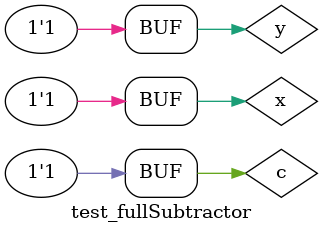
<source format=v>

module fullSubtractor (output s1, output s0, input  a, input  b, input c);
	wire notA,xorAB,xorBC,and1,and2;
	
	not NOT1 (notA, a);
	xor XOR1 (xorBC, b, c);
	and AND1 (and1, xorBC, notA);
	and AND2 (and2, b, c);
	xor XOR2 (xorAB, a, b);
	or  OR1  (s0, and1, and2);
	xor XOR3 (s1, xorAB, c);
endmodule // fullSubtractor

module test_fullSubtractor;
// ------------------------- definir dados
   reg x;
	reg y;
	reg c;
	wire s1;
	wire s0;
	
	fullSubtractor modulo (s1, s0, x, y, c);
	
	initial begin: start
		x = 0; 
		y = 0;
		c = 0;
	end
	
// ------------------------- parte principal
   initial begin
      $display("Exemplo0022 - Marcio Santana Correa -  345368");
      $display("Test ALU's full subtractor");
		$display("a - b - c = s0 s1");
      $monitor("%b - %b - %b = %b  %b",x,y,c,s0,s1); 
		#1 x = 0; y = 0; c = 1;  
		#1 x = 0; y = 1; c = 0;
		#1 x = 0; y = 1; c = 1;
		#1 x = 1; y = 0; c = 0;
		#1 x = 1; y = 0; c = 1;
		#1 x = 1; y = 1; c = 0;
		#1 x = 1; y = 1; c = 1;
   end
endmodule // test_Subtractor

/*
    Exemplo0022 - Marcio Santana Correa -  345368
    Test ALU's full subtractor
    a - b - c = s0 s1
    0 - 0 - 0 = 0  0
    0 - 0 - 1 = 1  1
    0 - 1 - 0 = 1  1
    0 - 1 - 1 = 1  0
    1 - 0 - 0 = 0  1
    1 - 0 - 1 = 0  0
    1 - 1 - 0 = 0  0
    1 - 1 - 1 = 1  1
*/
</source>
